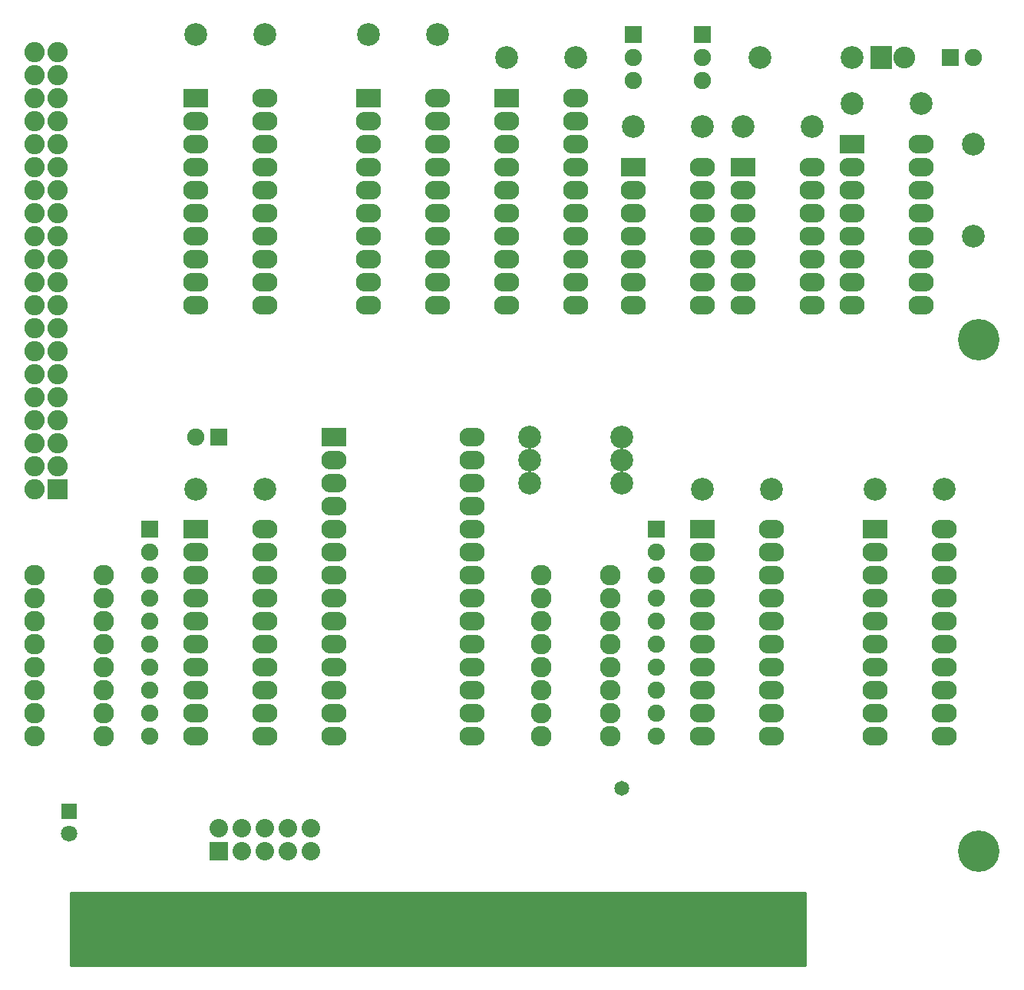
<source format=gbs>
G04 #@! TF.FileFunction,Soldermask,Bot*
%FSLAX46Y46*%
G04 Gerber Fmt 4.6, Leading zero omitted, Abs format (unit mm)*
G04 Created by KiCad (PCBNEW 4.0.0-stable) date Wed 25 May 2016 05:37:34 PM EDT*
%MOMM*%
G01*
G04 APERTURE LIST*
%ADD10C,0.150000*%
%ADD11C,2.506980*%
%ADD12R,2.794000X2.082800*%
%ADD13O,2.794000X2.082800*%
%ADD14R,1.905000X1.905000*%
%ADD15C,1.905000*%
%ADD16C,2.286000*%
%ADD17R,2.235200X2.235200*%
%ADD18O,2.235200X2.235200*%
%ADD19C,1.808000*%
%ADD20R,1.808000X1.808000*%
%ADD21R,2.408000X2.508000*%
%ADD22C,2.408000*%
%ADD23C,4.572000*%
%ADD24R,2.032000X2.032000*%
%ADD25C,2.032000*%
%ADD26R,2.286000X7.620000*%
%ADD27C,1.651000*%
%ADD28C,0.254000*%
G04 APERTURE END LIST*
D10*
D11*
X175260000Y-88265000D03*
X182880000Y-88265000D03*
X119380000Y-38100000D03*
X127000000Y-38100000D03*
X107950000Y-38100000D03*
X100330000Y-38100000D03*
X163830000Y-88265000D03*
X156210000Y-88265000D03*
X107950000Y-88265000D03*
X100330000Y-88265000D03*
X156210000Y-48260000D03*
X148590000Y-48260000D03*
X142240000Y-40640000D03*
X134620000Y-40640000D03*
X168275000Y-48260000D03*
X160655000Y-48260000D03*
X172720000Y-45720000D03*
X180340000Y-45720000D03*
X172720000Y-40640000D03*
X162560000Y-40640000D03*
D12*
X175260000Y-92710000D03*
D13*
X175260000Y-95250000D03*
X175260000Y-97790000D03*
X175260000Y-100330000D03*
X175260000Y-102870000D03*
X175260000Y-105410000D03*
X175260000Y-107950000D03*
X175260000Y-110490000D03*
X175260000Y-113030000D03*
X175260000Y-115570000D03*
X182880000Y-115570000D03*
X182880000Y-113030000D03*
X182880000Y-110490000D03*
X182880000Y-107950000D03*
X182880000Y-105410000D03*
X182880000Y-102870000D03*
X182880000Y-100330000D03*
X182880000Y-97790000D03*
X182880000Y-95250000D03*
X182880000Y-92710000D03*
D12*
X119380000Y-45085000D03*
D13*
X119380000Y-47625000D03*
X119380000Y-50165000D03*
X119380000Y-52705000D03*
X119380000Y-55245000D03*
X119380000Y-57785000D03*
X119380000Y-60325000D03*
X119380000Y-62865000D03*
X119380000Y-65405000D03*
X119380000Y-67945000D03*
X127000000Y-67945000D03*
X127000000Y-65405000D03*
X127000000Y-62865000D03*
X127000000Y-60325000D03*
X127000000Y-57785000D03*
X127000000Y-55245000D03*
X127000000Y-52705000D03*
X127000000Y-50165000D03*
X127000000Y-47625000D03*
X127000000Y-45085000D03*
D12*
X100330000Y-45085000D03*
D13*
X100330000Y-47625000D03*
X100330000Y-50165000D03*
X100330000Y-52705000D03*
X100330000Y-55245000D03*
X100330000Y-57785000D03*
X100330000Y-60325000D03*
X100330000Y-62865000D03*
X100330000Y-65405000D03*
X100330000Y-67945000D03*
X107950000Y-67945000D03*
X107950000Y-65405000D03*
X107950000Y-62865000D03*
X107950000Y-60325000D03*
X107950000Y-57785000D03*
X107950000Y-55245000D03*
X107950000Y-52705000D03*
X107950000Y-50165000D03*
X107950000Y-47625000D03*
X107950000Y-45085000D03*
D12*
X134620000Y-45085000D03*
D13*
X134620000Y-47625000D03*
X134620000Y-50165000D03*
X134620000Y-52705000D03*
X134620000Y-55245000D03*
X134620000Y-57785000D03*
X134620000Y-60325000D03*
X134620000Y-62865000D03*
X134620000Y-65405000D03*
X134620000Y-67945000D03*
X142240000Y-67945000D03*
X142240000Y-65405000D03*
X142240000Y-62865000D03*
X142240000Y-60325000D03*
X142240000Y-57785000D03*
X142240000Y-55245000D03*
X142240000Y-52705000D03*
X142240000Y-50165000D03*
X142240000Y-47625000D03*
X142240000Y-45085000D03*
D12*
X160655000Y-52705000D03*
D13*
X160655000Y-55245000D03*
X160655000Y-57785000D03*
X160655000Y-60325000D03*
X160655000Y-62865000D03*
X160655000Y-65405000D03*
X160655000Y-67945000D03*
X168275000Y-67945000D03*
X168275000Y-65405000D03*
X168275000Y-62865000D03*
X168275000Y-60325000D03*
X168275000Y-57785000D03*
X168275000Y-55245000D03*
X168275000Y-52705000D03*
D12*
X100330000Y-92710000D03*
D13*
X100330000Y-95250000D03*
X100330000Y-97790000D03*
X100330000Y-100330000D03*
X100330000Y-102870000D03*
X100330000Y-105410000D03*
X100330000Y-107950000D03*
X100330000Y-110490000D03*
X100330000Y-113030000D03*
X100330000Y-115570000D03*
X107950000Y-115570000D03*
X107950000Y-113030000D03*
X107950000Y-110490000D03*
X107950000Y-107950000D03*
X107950000Y-105410000D03*
X107950000Y-102870000D03*
X107950000Y-100330000D03*
X107950000Y-97790000D03*
X107950000Y-95250000D03*
X107950000Y-92710000D03*
D12*
X172720000Y-50165000D03*
D13*
X172720000Y-52705000D03*
X172720000Y-55245000D03*
X172720000Y-57785000D03*
X172720000Y-60325000D03*
X172720000Y-62865000D03*
X172720000Y-65405000D03*
X172720000Y-67945000D03*
X180340000Y-67945000D03*
X180340000Y-65405000D03*
X180340000Y-62865000D03*
X180340000Y-60325000D03*
X180340000Y-57785000D03*
X180340000Y-55245000D03*
X180340000Y-52705000D03*
X180340000Y-50165000D03*
D12*
X148590000Y-52705000D03*
D13*
X148590000Y-55245000D03*
X148590000Y-57785000D03*
X148590000Y-60325000D03*
X148590000Y-62865000D03*
X148590000Y-65405000D03*
X148590000Y-67945000D03*
X156210000Y-67945000D03*
X156210000Y-65405000D03*
X156210000Y-62865000D03*
X156210000Y-60325000D03*
X156210000Y-57785000D03*
X156210000Y-55245000D03*
X156210000Y-52705000D03*
D12*
X156210000Y-92710000D03*
D13*
X156210000Y-95250000D03*
X156210000Y-97790000D03*
X156210000Y-100330000D03*
X156210000Y-102870000D03*
X156210000Y-105410000D03*
X156210000Y-107950000D03*
X156210000Y-110490000D03*
X156210000Y-113030000D03*
X156210000Y-115570000D03*
X163830000Y-115570000D03*
X163830000Y-113030000D03*
X163830000Y-110490000D03*
X163830000Y-107950000D03*
X163830000Y-105410000D03*
X163830000Y-102870000D03*
X163830000Y-100330000D03*
X163830000Y-97790000D03*
X163830000Y-95250000D03*
X163830000Y-92710000D03*
D12*
X115570000Y-82550000D03*
D13*
X115570000Y-85090000D03*
X115570000Y-87630000D03*
X115570000Y-90170000D03*
X115570000Y-92710000D03*
X115570000Y-95250000D03*
X115570000Y-97790000D03*
X115570000Y-100330000D03*
X115570000Y-102870000D03*
X115570000Y-105410000D03*
X115570000Y-107950000D03*
X115570000Y-110490000D03*
X115570000Y-113030000D03*
X115570000Y-115570000D03*
X130810000Y-115570000D03*
X130810000Y-113030000D03*
X130810000Y-110490000D03*
X130810000Y-107950000D03*
X130810000Y-105410000D03*
X130810000Y-102870000D03*
X130810000Y-100330000D03*
X130810000Y-97790000D03*
X130810000Y-95250000D03*
X130810000Y-92710000D03*
X130810000Y-90170000D03*
X130810000Y-87630000D03*
X130810000Y-85090000D03*
X130810000Y-82550000D03*
D11*
X147320000Y-85090000D03*
X137160000Y-85090000D03*
X137160000Y-87630000D03*
X147320000Y-87630000D03*
D14*
X95250000Y-92710000D03*
D15*
X95250000Y-95250000D03*
X95250000Y-97790000D03*
X95250000Y-100330000D03*
X95250000Y-102870000D03*
X95250000Y-105410000D03*
X95250000Y-107950000D03*
X95250000Y-110490000D03*
X95250000Y-113030000D03*
X95250000Y-115570000D03*
D14*
X151130000Y-92710000D03*
D15*
X151130000Y-95250000D03*
X151130000Y-97790000D03*
X151130000Y-100330000D03*
X151130000Y-102870000D03*
X151130000Y-105410000D03*
X151130000Y-107950000D03*
X151130000Y-110490000D03*
X151130000Y-113030000D03*
X151130000Y-115570000D03*
D16*
X138430000Y-97790000D03*
X138430000Y-100330000D03*
X138430000Y-102870000D03*
X138430000Y-105410000D03*
X138430000Y-107950000D03*
X138430000Y-110490000D03*
X138430000Y-113030000D03*
X138430000Y-115570000D03*
X146050000Y-115570000D03*
X146050000Y-113030000D03*
X146050000Y-110490000D03*
X146050000Y-107950000D03*
X146050000Y-105410000D03*
X146050000Y-102870000D03*
X146050000Y-100330000D03*
X146050000Y-97790000D03*
X82550000Y-97790000D03*
X82550000Y-100330000D03*
X82550000Y-102870000D03*
X82550000Y-105410000D03*
X82550000Y-107950000D03*
X82550000Y-110490000D03*
X82550000Y-113030000D03*
X82550000Y-115570000D03*
X90170000Y-115570000D03*
X90170000Y-113030000D03*
X90170000Y-110490000D03*
X90170000Y-107950000D03*
X90170000Y-105410000D03*
X90170000Y-102870000D03*
X90170000Y-100330000D03*
X90170000Y-97790000D03*
D11*
X137160000Y-82550000D03*
X147320000Y-82550000D03*
D17*
X85090000Y-88265000D03*
D18*
X82550000Y-88265000D03*
X85090000Y-85725000D03*
X82550000Y-85725000D03*
X85090000Y-83185000D03*
X82550000Y-83185000D03*
X85090000Y-80645000D03*
X82550000Y-80645000D03*
X85090000Y-78105000D03*
X82550000Y-78105000D03*
X85090000Y-75565000D03*
X82550000Y-75565000D03*
X85090000Y-73025000D03*
X82550000Y-73025000D03*
X85090000Y-70485000D03*
X82550000Y-70485000D03*
X85090000Y-67945000D03*
X82550000Y-67945000D03*
X85090000Y-65405000D03*
X82550000Y-65405000D03*
X85090000Y-62865000D03*
X82550000Y-62865000D03*
X85090000Y-60325000D03*
X82550000Y-60325000D03*
X85090000Y-57785000D03*
X82550000Y-57785000D03*
X85090000Y-55245000D03*
X82550000Y-55245000D03*
X85090000Y-52705000D03*
X82550000Y-52705000D03*
X85090000Y-50165000D03*
X82550000Y-50165000D03*
X85090000Y-47625000D03*
X82550000Y-47625000D03*
X85090000Y-45085000D03*
X82550000Y-45085000D03*
X85090000Y-42545000D03*
X82550000Y-42545000D03*
X85090000Y-40005000D03*
X82550000Y-40005000D03*
D19*
X86360000Y-126325000D03*
D20*
X86360000Y-123825000D03*
D21*
X175895000Y-40640000D03*
D22*
X178435000Y-40640000D03*
D23*
X186690000Y-128270000D03*
X186690000Y-71755000D03*
D14*
X102870000Y-82550000D03*
D15*
X100330000Y-82550000D03*
D14*
X148590000Y-38100000D03*
D15*
X148590000Y-40640000D03*
X148590000Y-43180000D03*
D14*
X156210000Y-38100000D03*
D15*
X156210000Y-40640000D03*
X156210000Y-43180000D03*
D24*
X102870000Y-128270000D03*
D25*
X102870000Y-125730000D03*
X105410000Y-128270000D03*
X105410000Y-125730000D03*
X107950000Y-128270000D03*
X107950000Y-125730000D03*
X110490000Y-128270000D03*
X110490000Y-125730000D03*
X113030000Y-128270000D03*
X113030000Y-125730000D03*
D11*
X186055000Y-50165000D03*
X186055000Y-60325000D03*
D14*
X183515000Y-40640000D03*
D15*
X186055000Y-40640000D03*
D26*
X165100000Y-136906000D03*
X162560000Y-136906000D03*
X160020000Y-136906000D03*
X157480000Y-136906000D03*
X147320000Y-136906000D03*
X139700000Y-136906000D03*
X137160000Y-136906000D03*
X134620000Y-136906000D03*
X132080000Y-136906000D03*
X114300000Y-136906000D03*
X109220000Y-136906000D03*
X106680000Y-136906000D03*
X104140000Y-136906000D03*
X93980000Y-136906000D03*
X88900000Y-136906000D03*
D27*
X147320000Y-121285000D03*
D28*
G36*
X167513000Y-140843000D02*
X86487000Y-140843000D01*
X86487000Y-132842000D01*
X167513000Y-132842000D01*
X167513000Y-140843000D01*
X167513000Y-140843000D01*
G37*
X167513000Y-140843000D02*
X86487000Y-140843000D01*
X86487000Y-132842000D01*
X167513000Y-132842000D01*
X167513000Y-140843000D01*
M02*

</source>
